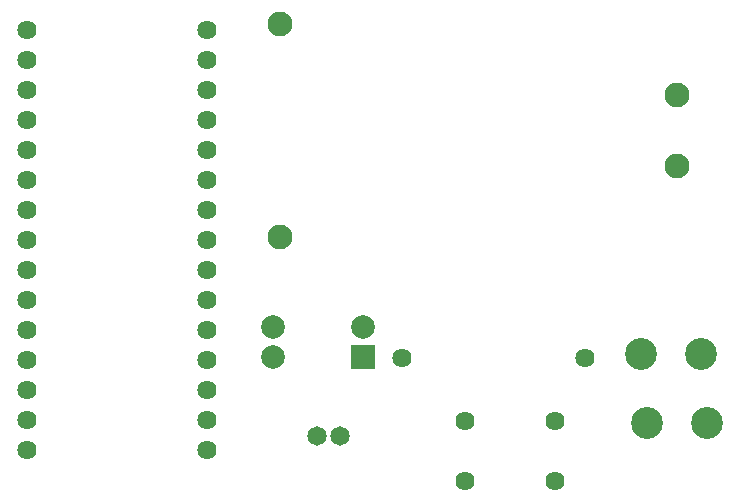
<source format=gbs>
G04 Layer: BottomSolderMaskLayer*
G04 EasyEDA v6.4.25, 2022-04-24T12:17:40--3:00*
G04 602a4f6619a94e3489c8bc082f1fd867,10*
G04 Gerber Generator version 0.2*
G04 Scale: 100 percent, Rotated: No, Reflected: No *
G04 Dimensions in millimeters *
G04 leading zeros omitted , absolute positions ,4 integer and 5 decimal *
%FSLAX45Y45*%
%MOMM*%

%ADD22C,1.6510*%
%ADD23C,2.7032*%
%ADD24C,1.6256*%
%ADD25C,1.6240*%
%ADD26C,2.1016*%
%ADD28C,2.0032*%

%LPD*%
D22*
G01*
X3502659Y812800D03*
G01*
X3304540Y812800D03*
D23*
G01*
X6096000Y927100D03*
G01*
X6603994Y927100D03*
G01*
X6045200Y1511300D03*
G01*
X6553194Y1511300D03*
D24*
G01*
X4025610Y1473200D03*
G01*
X5575589Y1473200D03*
D25*
G01*
X4559300Y430809D03*
G01*
X4559300Y940790D03*
G01*
X5321300Y430809D03*
G01*
X5321300Y940790D03*
D26*
G01*
X2993605Y4303598D03*
G01*
X2993605Y2503601D03*
G01*
X6353594Y3703599D03*
G01*
X6353594Y3103600D03*
G36*
X3595624Y1385823D02*
G01*
X3595624Y1585976D01*
X3795775Y1585976D01*
X3795775Y1385823D01*
G37*
D28*
G01*
X3695700Y1739900D03*
G01*
X2933700Y1739900D03*
G01*
X2933700Y1485900D03*
D24*
G01*
X2374900Y698500D03*
G01*
X2374900Y952500D03*
G01*
X2374900Y1206500D03*
G01*
X2374900Y1460500D03*
G01*
X2374900Y1714500D03*
G01*
X2374900Y1968500D03*
G01*
X2374900Y2222500D03*
G01*
X2374900Y2476500D03*
G01*
X2374900Y2730500D03*
G01*
X2374900Y2984500D03*
G01*
X2374900Y3238500D03*
G01*
X2374900Y3492500D03*
G01*
X2374900Y3746500D03*
G01*
X2374900Y4000500D03*
G01*
X2374900Y4254500D03*
G01*
X850900Y4254500D03*
G01*
X850900Y4000500D03*
G01*
X850900Y3746500D03*
G01*
X850900Y3492500D03*
G01*
X850900Y3238500D03*
G01*
X850900Y2984500D03*
G01*
X850900Y2730500D03*
G01*
X850900Y2476500D03*
G01*
X850900Y2222500D03*
G01*
X850900Y1968500D03*
G01*
X850900Y1714500D03*
G01*
X850900Y1460500D03*
G01*
X850900Y1206500D03*
G01*
X850900Y952500D03*
G01*
X850900Y698500D03*
M02*

</source>
